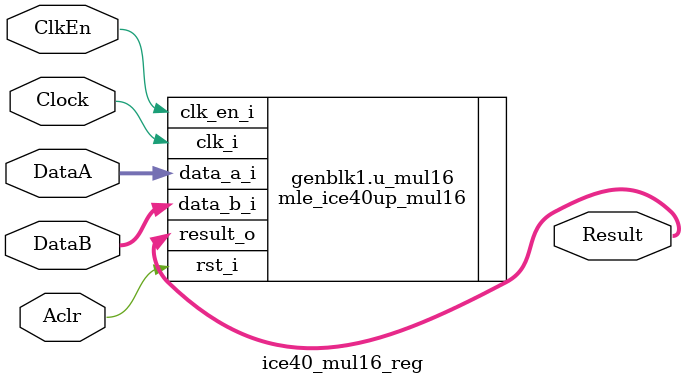
<source format=v>
module ice40_mul16_reg #(parameter ECP5_DEBUG = 1'b0) (
input           Clock   ,
input           ClkEn   ,
input           Aclr    ,
input	[15:0]	DataA   ,
input	[15:0]	DataB   ,
output	[31:0]	Result   
);

generate if(ECP5_DEBUG == 1'b1)
begin: g_on_ecp5_debug
    mul u_ecp5_mul(
	.Clock   (Clock   ),
	.ClkEn   (ClkEn   ),
	.Aclr    (Aclr    ),
	.DataA   (DataA   ), 
	.DataB   (DataB   ), 
	.Result  (Result  )
    );
end
else
begin
`ifdef ICECUBE
    wire[31:0]  w_result;
    reg	[31:0]	r_result;

    SB_MAC16 i_sbmac16
    (
	.A(DataA),
	.B(DataB),
	.C(16'b0),
	.D(16'b0),
	.O(w_result),
	.CLK(Clock),
	.CE(ClkEn),
	.IRSTTOP(Aclr),
	.IRSTBOT(Aclr),
	.ORSTTOP(Aclr),
	.ORSTBOT(Aclr),
	.AHOLD(1'b0),
	.BHOLD(1'b0),
	.CHOLD(1'b0),
	.DHOLD(1'b0),
	.OHOLDTOP(1'b0),
	.OHOLDBOT(1'b0),
	.OLOADTOP(1'b0),
	.OLOADBOT(1'b0),
	.ADDSUBTOP(1'b0),
	.ADDSUBBOT(1'b0),
	.CO(),
	.CI(1'b0),
	//MAC cascading ports.
	.ACCUMCI(1'b0),
	.ACCUMCO(),
	.SIGNEXTIN(1'b0),
	.SIGNEXTOUT()
    );
    // mult_16x16_bypass_signed [24:0] = 110_0000011_0000011_0000_0000
    // Read configuration settings [24:0] from left to right while filling the instance parameters.
    defparam i_sbmac16. B_SIGNED = 1'b1 ;
    defparam i_sbmac16. A_SIGNED = 1'b1 ;
    defparam i_sbmac16. MODE_8x8 = 1'b0 ;
    defparam i_sbmac16. BOTADDSUB_CARRYSELECT = 2'b00 ;
    defparam i_sbmac16. BOTADDSUB_UPPERINPUT = 1'b0 ;
    defparam i_sbmac16. BOTADDSUB_LOWERINPUT = 2'b00 ;
    defparam i_sbmac16. BOTOUTPUT_SELECT = 2'b11 ;
    defparam i_sbmac16. TOPADDSUB_CARRYSELECT = 2'b00 ;
    defparam i_sbmac16. TOPADDSUB_UPPERINPUT = 1'b0 ;
    defparam i_sbmac16. TOPADDSUB_LOWERINPUT = 2'b00 ;
    defparam i_sbmac16. TOPOUTPUT_SELECT = 2'b11 ;
    defparam i_sbmac16. PIPELINE_16x16_MULT_REG2 = 1'b0 ;
    defparam i_sbmac16. PIPELINE_16x16_MULT_REG1 = 1'b0 ;
    defparam i_sbmac16. BOT_8x8_MULT_REG = 1'b0 ;
    defparam i_sbmac16. TOP_8x8_MULT_REG = 1'b0 ;
    defparam i_sbmac16. D_REG = 1'b0 ;
    defparam i_sbmac16. B_REG = 1'b0 ;
    defparam i_sbmac16. A_REG = 1'b0 ;
    defparam i_sbmac16. C_REG = 1'b0 ;

    always @(posedge Clock)
    begin
	if(Aclr == 1'b1)
	    r_result <= 32'b0;
	else if(ClkEn == 1'b1)
	    r_result <= w_result;
    end

    assign Result = r_result;

`else // Radiant
    mle_ice40up_mul16 u_mul16(
	.clk_i   (Clock   ),
	.clk_en_i(ClkEn   ),
	.rst_i   (Aclr    ),
	.data_a_i(DataA   ), 
	.data_b_i(DataB   ), 
	.result_o(Result  )
    );
`endif
end
endgenerate

endmodule

</source>
